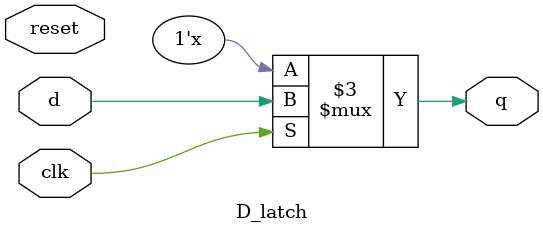
<source format=v>
module D_latch(input d,clk,reset,output reg q);
  always @(clk or d or reset) begin
    if (reset)
      q<=0;
    if(clk)
      q<=d;
    else 
      q<=q;
  end
endmodule

</source>
